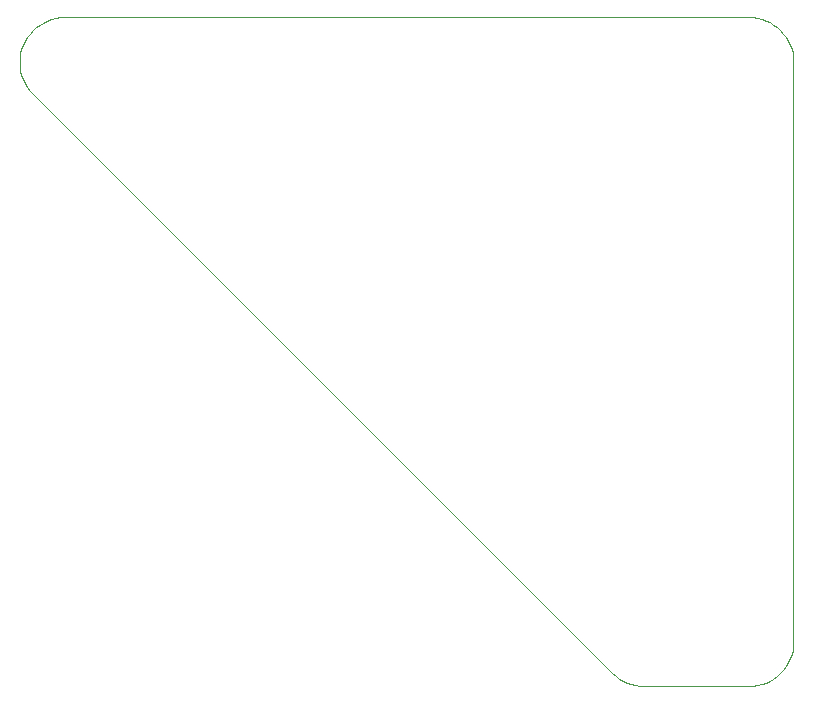
<source format=gbr>
%FSLAX46Y46*%
G04 Gerber Fmt 4.6, Leading zero omitted, Abs format (unit mm)*
G04 Created by KiCad (PCBNEW (2014-08-29 BZR 5106)-product) date Mon 08 Sep 2014 01:13:16 PM PDT*
%MOMM*%
G01*
G04 APERTURE LIST*
%ADD10C,0.100000*%
%ADD11C,0.025400*%
G04 APERTURE END LIST*
D10*
D11*
X97815400Y-76212700D02*
X98044000Y-76200000D01*
X97668080Y-76225400D02*
X97815400Y-76212700D01*
X97299780Y-76278740D02*
X97668080Y-76225400D01*
X96939100Y-76370180D02*
X97299780Y-76278740D01*
X96591120Y-76494640D02*
X96939100Y-76370180D01*
X96248220Y-76657200D02*
X96591120Y-76494640D01*
X95933260Y-76845160D02*
X96248220Y-76657200D01*
X95628460Y-77071220D02*
X95933260Y-76845160D01*
X95351600Y-77322680D02*
X95628460Y-77071220D01*
X95105220Y-77594460D02*
X95351600Y-77322680D01*
X94881700Y-77894180D02*
X95105220Y-77594460D01*
X94688660Y-78216760D02*
X94881700Y-77894180D01*
X94528640Y-78554580D02*
X94688660Y-78216760D01*
X94406720Y-78894940D02*
X94528640Y-78554580D01*
X94312740Y-79268320D02*
X94406720Y-78894940D01*
X94259400Y-79626460D02*
X94312740Y-79268320D01*
X94239080Y-80010000D02*
X94259400Y-79626460D01*
X94256860Y-80383380D02*
X94239080Y-80010000D01*
X94312740Y-80751680D02*
X94256860Y-80383380D01*
X94404180Y-81114900D02*
X94312740Y-80751680D01*
X94528640Y-81465420D02*
X94404180Y-81114900D01*
X94688660Y-81803240D02*
X94528640Y-81465420D01*
X94881700Y-82123280D02*
X94688660Y-81803240D01*
X95102680Y-82423000D02*
X94881700Y-82123280D01*
X95354140Y-82699860D02*
X95102680Y-82423000D01*
X144396460Y-131696460D02*
X95354140Y-82699860D01*
X144701260Y-131978400D02*
X144396460Y-131696460D01*
X145000980Y-132201920D02*
X144701260Y-131978400D01*
X145321020Y-132392420D02*
X145000980Y-132201920D01*
X145658840Y-132552440D02*
X145321020Y-132392420D01*
X146004280Y-132676900D02*
X145658840Y-132552440D01*
X146375120Y-132768340D02*
X146004280Y-132676900D01*
X146735800Y-132821680D02*
X146375120Y-132768340D01*
X147114260Y-132842000D02*
X146735800Y-132821680D01*
X155956000Y-132842000D02*
X147114260Y-132842000D01*
X156326840Y-132824220D02*
X155956000Y-132842000D01*
X156695140Y-132768340D02*
X156326840Y-132824220D01*
X157060900Y-132676900D02*
X156695140Y-132768340D01*
X157411420Y-132552440D02*
X157060900Y-132676900D01*
X157751780Y-132392420D02*
X157411420Y-132552440D01*
X158074360Y-132199380D02*
X157751780Y-132392420D01*
X158371540Y-131978400D02*
X158074360Y-132199380D01*
X158648400Y-131726940D02*
X158371540Y-131978400D01*
X158899860Y-131450080D02*
X158648400Y-131726940D01*
X159123380Y-131150360D02*
X158899860Y-131450080D01*
X159316420Y-130827780D02*
X159123380Y-131150360D01*
X159476440Y-130489960D02*
X159316420Y-130827780D01*
X159600900Y-130139440D02*
X159476440Y-130489960D01*
X159692340Y-129773680D02*
X159600900Y-130139440D01*
X159748220Y-129407920D02*
X159692340Y-129773680D01*
X159766000Y-129032000D02*
X159748220Y-129407920D01*
X159766000Y-80010000D02*
X159766000Y-129032000D01*
X159748220Y-79634080D02*
X159766000Y-80010000D01*
X159692340Y-79268320D02*
X159748220Y-79634080D01*
X159600900Y-78902560D02*
X159692340Y-79268320D01*
X159473900Y-78546960D02*
X159600900Y-78902560D01*
X159318960Y-78219300D02*
X159473900Y-78546960D01*
X159120840Y-77889100D02*
X159318960Y-78219300D01*
X158897320Y-77589380D02*
X159120840Y-77889100D01*
X158645860Y-77312520D02*
X158897320Y-77589380D01*
X158374080Y-77066140D02*
X158645860Y-77312520D01*
X158069280Y-76840080D02*
X158374080Y-77066140D01*
X157749240Y-76649580D02*
X158069280Y-76840080D01*
X157411420Y-76489560D02*
X157749240Y-76649580D01*
X157060900Y-76362560D02*
X157411420Y-76489560D01*
X156692600Y-76273660D02*
X157060900Y-76362560D01*
X156329380Y-76217780D02*
X156692600Y-76273660D01*
X155956000Y-76200000D02*
X156329380Y-76217780D01*
X98044000Y-76200000D02*
X155956000Y-76200000D01*
M02*

</source>
